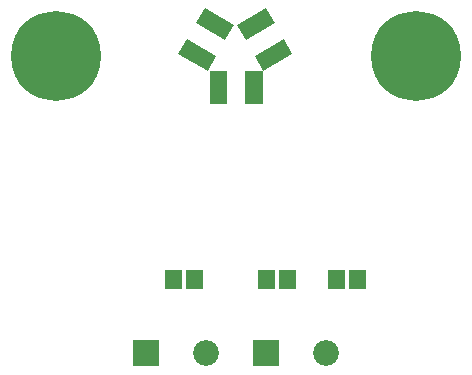
<source format=gbr>
G04 start of page 6 for group -4063 idx -4063 *
G04 Title: (unknown), componentmask *
G04 Creator: pcb 4.0.2 *
G04 CreationDate: Mon Feb 22 17:57:16 2021 UTC *
G04 For: ndholmes *
G04 Format: Gerber/RS-274X *
G04 PCB-Dimensions (mil): 2000.00 2000.00 *
G04 PCB-Coordinate-Origin: lower left *
%MOIN*%
%FSLAX25Y25*%
%LNTOPMASK*%
%ADD27C,0.0860*%
%ADD26C,0.0001*%
%ADD25C,0.2997*%
G54D25*X160000Y121000D03*
X40000D03*
G54D26*G36*
X105700Y26300D02*Y17700D01*
X114300D01*
Y26300D01*
X105700D01*
G37*
G54D27*X130000Y22000D03*
G54D26*G36*
X65700Y26300D02*Y17700D01*
X74300D01*
Y26300D01*
X65700D01*
G37*
G54D27*X90000Y22000D03*
G54D26*G36*
X83616Y126669D02*X80756Y121718D01*
X90480Y116103D01*
X93339Y121055D01*
X83616Y126669D01*
G37*
G36*
X88902Y49752D02*X83184D01*
Y43248D01*
X88902D01*
Y49752D01*
G37*
G36*
X81816D02*X76098D01*
Y43248D01*
X81816D01*
Y49752D01*
G37*
G36*
X112816D02*X107098D01*
Y43248D01*
X112816D01*
Y49752D01*
G37*
G36*
X119902D02*X114184D01*
Y43248D01*
X119902D01*
Y49752D01*
G37*
G36*
X136316D02*X130598D01*
Y43248D01*
X136316D01*
Y49752D01*
G37*
G36*
X143402D02*X137684D01*
Y43248D01*
X143402D01*
Y49752D01*
G37*
G36*
X89520Y136897D02*X86661Y131945D01*
X96384Y126331D01*
X99244Y131282D01*
X89520Y136897D01*
G37*
G36*
X118744Y121718D02*X115884Y126669D01*
X106161Y121055D01*
X109020Y116103D01*
X118744Y121718D01*
G37*
G36*
X112839Y131945D02*X109980Y136897D01*
X100256Y131282D01*
X103116Y126331D01*
X112839Y131945D01*
G37*
G36*
X108764Y116114D02*X103046D01*
Y104886D01*
X108764D01*
Y116114D01*
G37*
G36*
X96954D02*X91236D01*
Y104886D01*
X96954D01*
Y116114D01*
G37*
M02*

</source>
